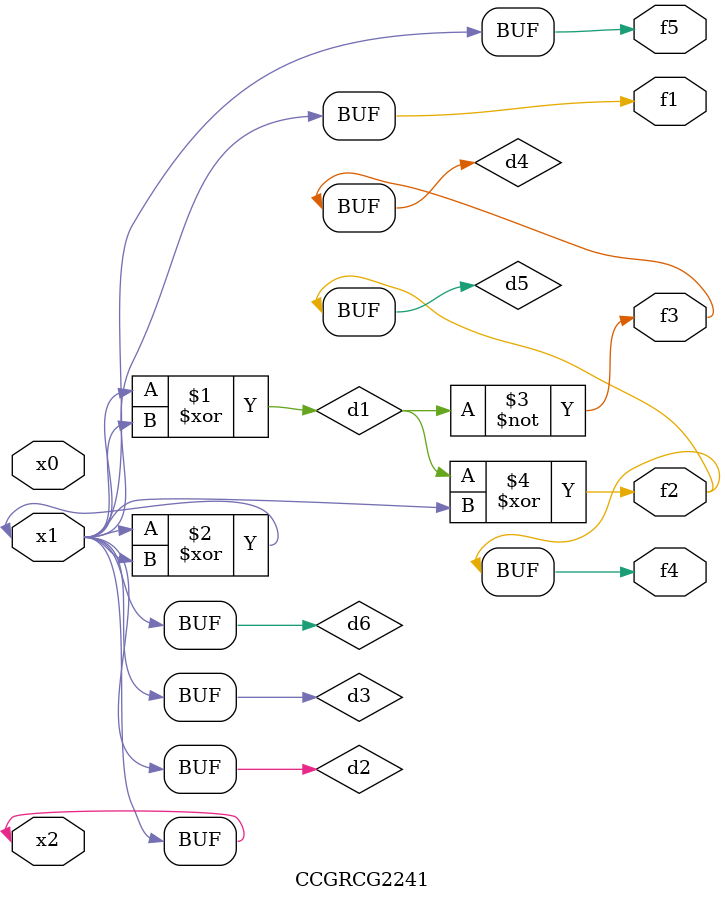
<source format=v>
module CCGRCG2241(
	input x0, x1, x2,
	output f1, f2, f3, f4, f5
);

	wire d1, d2, d3, d4, d5, d6;

	xor (d1, x1, x2);
	buf (d2, x1, x2);
	xor (d3, x1, x2);
	nor (d4, d1);
	xor (d5, d1, d2);
	buf (d6, d2, d3);
	assign f1 = d6;
	assign f2 = d5;
	assign f3 = d4;
	assign f4 = d5;
	assign f5 = d6;
endmodule

</source>
